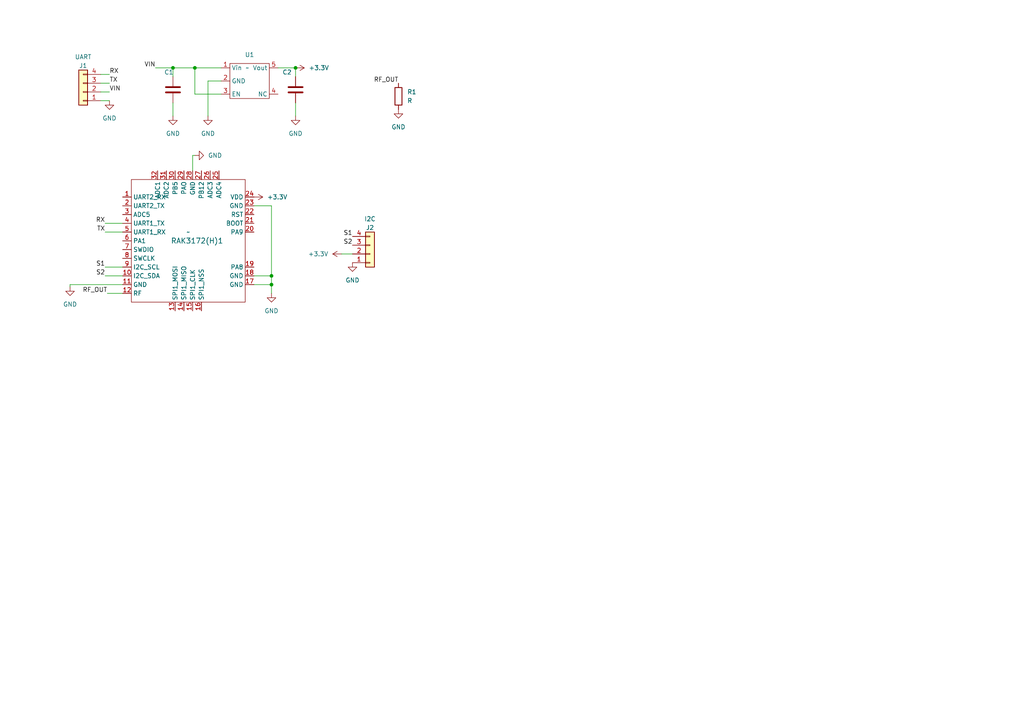
<source format=kicad_sch>
(kicad_sch (version 20230121) (generator eeschema)

  (uuid f203ee31-0582-4dde-bd5d-0b36a68ea503)

  (paper "A4")

  (lib_symbols
    (symbol "00_Lib:RAK3172" (in_bom yes) (on_board yes)
      (property "Reference" "RAK3172(H)" (at 0 0 0)
        (effects (font (size 1.5 1.5)))
      )
      (property "Value" "" (at 0 2.54 0)
        (effects (font (size 1.27 1.27)))
      )
      (property "Footprint" "" (at 0 2.54 0)
        (effects (font (size 1.27 1.27)) hide)
      )
      (property "Datasheet" "" (at 0 2.54 0)
        (effects (font (size 1.27 1.27)) hide)
      )
      (symbol "RAK3172_0_1"
        (rectangle (start -16.51 17.78) (end 16.51 -17.78)
          (stroke (width 0) (type default))
          (fill (type none))
        )
      )
      (symbol "RAK3172_1_1"
        (pin input line (at -19.05 12.7 0) (length 2.54)
          (name "UART2_RX" (effects (font (size 1.27 1.27))))
          (number "1" (effects (font (size 1.27 1.27))))
        )
        (pin unspecified line (at -19.05 -10.16 0) (length 2.54)
          (name "I2C_SDA" (effects (font (size 1.27 1.27))))
          (number "10" (effects (font (size 1.27 1.27))))
        )
        (pin unspecified line (at -19.05 -12.7 0) (length 2.54)
          (name "GND" (effects (font (size 1.27 1.27))))
          (number "11" (effects (font (size 1.27 1.27))))
        )
        (pin unspecified line (at -19.05 -15.24 0) (length 2.54)
          (name "RF" (effects (font (size 1.27 1.27))))
          (number "12" (effects (font (size 1.27 1.27))))
        )
        (pin unspecified line (at -3.81 -20.32 90) (length 2.54)
          (name "SPI1_MOSI" (effects (font (size 1.27 1.27))))
          (number "13" (effects (font (size 1.27 1.27))))
        )
        (pin unspecified line (at -1.27 -20.32 90) (length 2.54)
          (name "SPI1_MISO" (effects (font (size 1.27 1.27))))
          (number "14" (effects (font (size 1.27 1.27))))
        )
        (pin unspecified line (at 1.27 -20.32 90) (length 2.54)
          (name "SPI1_CLK" (effects (font (size 1.27 1.27))))
          (number "15" (effects (font (size 1.27 1.27))))
        )
        (pin unspecified line (at 3.81 -20.32 90) (length 2.54)
          (name "SPI1_NSS" (effects (font (size 1.27 1.27))))
          (number "16" (effects (font (size 1.27 1.27))))
        )
        (pin unspecified line (at 19.05 -12.7 180) (length 2.54)
          (name "GND" (effects (font (size 1.27 1.27))))
          (number "17" (effects (font (size 1.27 1.27))))
        )
        (pin unspecified line (at 19.05 -10.16 180) (length 2.54)
          (name "GND" (effects (font (size 1.27 1.27))))
          (number "18" (effects (font (size 1.27 1.27))))
        )
        (pin unspecified line (at 19.05 -7.62 180) (length 2.54)
          (name "PA8" (effects (font (size 1.27 1.27))))
          (number "19" (effects (font (size 1.27 1.27))))
        )
        (pin output line (at -19.05 10.16 0) (length 2.54)
          (name "UART2_TX" (effects (font (size 1.27 1.27))))
          (number "2" (effects (font (size 1.27 1.27))))
        )
        (pin unspecified line (at 19.05 2.54 180) (length 2.54)
          (name "PA9" (effects (font (size 1.27 1.27))))
          (number "20" (effects (font (size 1.27 1.27))))
        )
        (pin unspecified line (at 19.05 5.08 180) (length 2.54)
          (name "BOOT" (effects (font (size 1.27 1.27))))
          (number "21" (effects (font (size 1.27 1.27))))
        )
        (pin unspecified line (at 19.05 7.62 180) (length 2.54)
          (name "RST" (effects (font (size 1.27 1.27))))
          (number "22" (effects (font (size 1.27 1.27))))
        )
        (pin unspecified line (at 19.05 10.16 180) (length 2.54)
          (name "GND" (effects (font (size 1.27 1.27))))
          (number "23" (effects (font (size 1.27 1.27))))
        )
        (pin input line (at 19.05 12.7 180) (length 2.54)
          (name "VDD" (effects (font (size 1.27 1.27))))
          (number "24" (effects (font (size 1.27 1.27))))
        )
        (pin unspecified line (at 8.89 20.32 270) (length 2.54)
          (name "ADC4" (effects (font (size 1.27 1.27))))
          (number "25" (effects (font (size 1.27 1.27))))
        )
        (pin unspecified line (at 6.35 20.32 270) (length 2.54)
          (name "ADC3" (effects (font (size 1.27 1.27))))
          (number "26" (effects (font (size 1.27 1.27))))
        )
        (pin unspecified line (at 3.81 20.32 270) (length 2.54)
          (name "PB12" (effects (font (size 1.27 1.27))))
          (number "27" (effects (font (size 1.27 1.27))))
        )
        (pin unspecified line (at 1.27 20.32 270) (length 2.54)
          (name "GND" (effects (font (size 1.27 1.27))))
          (number "28" (effects (font (size 1.27 1.27))))
        )
        (pin unspecified line (at -1.27 20.32 270) (length 2.54)
          (name "PAO" (effects (font (size 1.27 1.27))))
          (number "29" (effects (font (size 1.27 1.27))))
        )
        (pin unspecified line (at -19.05 7.62 0) (length 2.54)
          (name "ADC5" (effects (font (size 1.27 1.27))))
          (number "3" (effects (font (size 1.27 1.27))))
        )
        (pin unspecified line (at -3.81 20.32 270) (length 2.54)
          (name "PB5" (effects (font (size 1.27 1.27))))
          (number "30" (effects (font (size 1.27 1.27))))
        )
        (pin unspecified line (at -6.35 20.32 270) (length 2.54)
          (name "ADC2" (effects (font (size 1.27 1.27))))
          (number "31" (effects (font (size 1.27 1.27))))
        )
        (pin unspecified line (at -8.89 20.32 270) (length 2.54)
          (name "ADC1" (effects (font (size 1.27 1.27))))
          (number "32" (effects (font (size 1.27 1.27))))
        )
        (pin input line (at -19.05 5.08 0) (length 2.54)
          (name "UART1_TX" (effects (font (size 1.27 1.27))))
          (number "4" (effects (font (size 1.27 1.27))))
        )
        (pin output line (at -19.05 2.54 0) (length 2.54)
          (name "UART1_RX" (effects (font (size 1.27 1.27))))
          (number "5" (effects (font (size 1.27 1.27))))
        )
        (pin unspecified line (at -19.05 0 0) (length 2.54)
          (name "PA1" (effects (font (size 1.27 1.27))))
          (number "6" (effects (font (size 1.27 1.27))))
        )
        (pin unspecified line (at -19.05 -2.54 0) (length 2.54)
          (name "SWDIO" (effects (font (size 1.27 1.27))))
          (number "7" (effects (font (size 1.27 1.27))))
        )
        (pin unspecified line (at -19.05 -5.08 0) (length 2.54)
          (name "SWCLK" (effects (font (size 1.27 1.27))))
          (number "8" (effects (font (size 1.27 1.27))))
        )
        (pin unspecified line (at -19.05 -7.62 0) (length 2.54)
          (name "I2C_SCL" (effects (font (size 1.27 1.27))))
          (number "9" (effects (font (size 1.27 1.27))))
        )
      )
    )
    (symbol "00lib:STLQ020" (in_bom yes) (on_board yes)
      (property "Reference" "U" (at 0 5.08 0)
        (effects (font (size 1.27 1.27)))
      )
      (property "Value" "" (at 0 0 0)
        (effects (font (size 1.27 1.27)))
      )
      (property "Footprint" "" (at 0 0 0)
        (effects (font (size 1.27 1.27)) hide)
      )
      (property "Datasheet" "" (at 0 0 0)
        (effects (font (size 1.27 1.27)) hide)
      )
      (symbol "STLQ020_0_1"
        (rectangle (start -5.08 1.27) (end 6.35 -8.89)
          (stroke (width 0) (type default))
          (fill (type none))
        )
      )
      (symbol "STLQ020_1_1"
        (pin input line (at -7.62 0 0) (length 2.54)
          (name "Vin" (effects (font (size 1.27 1.27))))
          (number "1" (effects (font (size 1.27 1.27))))
        )
        (pin input line (at -7.62 -3.81 0) (length 2.54)
          (name "GND" (effects (font (size 1.27 1.27))))
          (number "2" (effects (font (size 1.27 1.27))))
        )
        (pin input line (at -7.62 -7.62 0) (length 2.54)
          (name "EN" (effects (font (size 1.27 1.27))))
          (number "3" (effects (font (size 1.27 1.27))))
        )
        (pin input line (at 8.89 -7.62 180) (length 2.54)
          (name "NC" (effects (font (size 1.27 1.27))))
          (number "4" (effects (font (size 1.27 1.27))))
        )
        (pin input line (at 8.89 0 180) (length 2.54)
          (name "Vout" (effects (font (size 1.27 1.27))))
          (number "5" (effects (font (size 1.27 1.27))))
        )
      )
    )
    (symbol "Connector_Generic:Conn_01x04" (pin_names (offset 1.016) hide) (in_bom yes) (on_board yes)
      (property "Reference" "J" (at 0 5.08 0)
        (effects (font (size 1.27 1.27)))
      )
      (property "Value" "Conn_01x04" (at 0 -7.62 0)
        (effects (font (size 1.27 1.27)))
      )
      (property "Footprint" "" (at 0 0 0)
        (effects (font (size 1.27 1.27)) hide)
      )
      (property "Datasheet" "~" (at 0 0 0)
        (effects (font (size 1.27 1.27)) hide)
      )
      (property "ki_keywords" "connector" (at 0 0 0)
        (effects (font (size 1.27 1.27)) hide)
      )
      (property "ki_description" "Generic connector, single row, 01x04, script generated (kicad-library-utils/schlib/autogen/connector/)" (at 0 0 0)
        (effects (font (size 1.27 1.27)) hide)
      )
      (property "ki_fp_filters" "Connector*:*_1x??_*" (at 0 0 0)
        (effects (font (size 1.27 1.27)) hide)
      )
      (symbol "Conn_01x04_1_1"
        (rectangle (start -1.27 -4.953) (end 0 -5.207)
          (stroke (width 0.1524) (type default))
          (fill (type none))
        )
        (rectangle (start -1.27 -2.413) (end 0 -2.667)
          (stroke (width 0.1524) (type default))
          (fill (type none))
        )
        (rectangle (start -1.27 0.127) (end 0 -0.127)
          (stroke (width 0.1524) (type default))
          (fill (type none))
        )
        (rectangle (start -1.27 2.667) (end 0 2.413)
          (stroke (width 0.1524) (type default))
          (fill (type none))
        )
        (rectangle (start -1.27 3.81) (end 1.27 -6.35)
          (stroke (width 0.254) (type default))
          (fill (type background))
        )
        (pin passive line (at -5.08 2.54 0) (length 3.81)
          (name "Pin_1" (effects (font (size 1.27 1.27))))
          (number "1" (effects (font (size 1.27 1.27))))
        )
        (pin passive line (at -5.08 0 0) (length 3.81)
          (name "Pin_2" (effects (font (size 1.27 1.27))))
          (number "2" (effects (font (size 1.27 1.27))))
        )
        (pin passive line (at -5.08 -2.54 0) (length 3.81)
          (name "Pin_3" (effects (font (size 1.27 1.27))))
          (number "3" (effects (font (size 1.27 1.27))))
        )
        (pin passive line (at -5.08 -5.08 0) (length 3.81)
          (name "Pin_4" (effects (font (size 1.27 1.27))))
          (number "4" (effects (font (size 1.27 1.27))))
        )
      )
    )
    (symbol "Device:C" (pin_numbers hide) (pin_names (offset 0.254)) (in_bom yes) (on_board yes)
      (property "Reference" "C" (at 0.635 2.54 0)
        (effects (font (size 1.27 1.27)) (justify left))
      )
      (property "Value" "C" (at 0.635 -2.54 0)
        (effects (font (size 1.27 1.27)) (justify left))
      )
      (property "Footprint" "" (at 0.9652 -3.81 0)
        (effects (font (size 1.27 1.27)) hide)
      )
      (property "Datasheet" "~" (at 0 0 0)
        (effects (font (size 1.27 1.27)) hide)
      )
      (property "ki_keywords" "cap capacitor" (at 0 0 0)
        (effects (font (size 1.27 1.27)) hide)
      )
      (property "ki_description" "Unpolarized capacitor" (at 0 0 0)
        (effects (font (size 1.27 1.27)) hide)
      )
      (property "ki_fp_filters" "C_*" (at 0 0 0)
        (effects (font (size 1.27 1.27)) hide)
      )
      (symbol "C_0_1"
        (polyline
          (pts
            (xy -2.032 -0.762)
            (xy 2.032 -0.762)
          )
          (stroke (width 0.508) (type default))
          (fill (type none))
        )
        (polyline
          (pts
            (xy -2.032 0.762)
            (xy 2.032 0.762)
          )
          (stroke (width 0.508) (type default))
          (fill (type none))
        )
      )
      (symbol "C_1_1"
        (pin passive line (at 0 3.81 270) (length 2.794)
          (name "~" (effects (font (size 1.27 1.27))))
          (number "1" (effects (font (size 1.27 1.27))))
        )
        (pin passive line (at 0 -3.81 90) (length 2.794)
          (name "~" (effects (font (size 1.27 1.27))))
          (number "2" (effects (font (size 1.27 1.27))))
        )
      )
    )
    (symbol "Device:R" (pin_numbers hide) (pin_names (offset 0)) (in_bom yes) (on_board yes)
      (property "Reference" "R" (at 2.032 0 90)
        (effects (font (size 1.27 1.27)))
      )
      (property "Value" "R" (at 0 0 90)
        (effects (font (size 1.27 1.27)))
      )
      (property "Footprint" "" (at -1.778 0 90)
        (effects (font (size 1.27 1.27)) hide)
      )
      (property "Datasheet" "~" (at 0 0 0)
        (effects (font (size 1.27 1.27)) hide)
      )
      (property "ki_keywords" "R res resistor" (at 0 0 0)
        (effects (font (size 1.27 1.27)) hide)
      )
      (property "ki_description" "Resistor" (at 0 0 0)
        (effects (font (size 1.27 1.27)) hide)
      )
      (property "ki_fp_filters" "R_*" (at 0 0 0)
        (effects (font (size 1.27 1.27)) hide)
      )
      (symbol "R_0_1"
        (rectangle (start -1.016 -2.54) (end 1.016 2.54)
          (stroke (width 0.254) (type default))
          (fill (type none))
        )
      )
      (symbol "R_1_1"
        (pin passive line (at 0 3.81 270) (length 1.27)
          (name "~" (effects (font (size 1.27 1.27))))
          (number "1" (effects (font (size 1.27 1.27))))
        )
        (pin passive line (at 0 -3.81 90) (length 1.27)
          (name "~" (effects (font (size 1.27 1.27))))
          (number "2" (effects (font (size 1.27 1.27))))
        )
      )
    )
    (symbol "power:+3.3V" (power) (pin_names (offset 0)) (in_bom yes) (on_board yes)
      (property "Reference" "#PWR" (at 0 -3.81 0)
        (effects (font (size 1.27 1.27)) hide)
      )
      (property "Value" "+3.3V" (at 0 3.556 0)
        (effects (font (size 1.27 1.27)))
      )
      (property "Footprint" "" (at 0 0 0)
        (effects (font (size 1.27 1.27)) hide)
      )
      (property "Datasheet" "" (at 0 0 0)
        (effects (font (size 1.27 1.27)) hide)
      )
      (property "ki_keywords" "global power" (at 0 0 0)
        (effects (font (size 1.27 1.27)) hide)
      )
      (property "ki_description" "Power symbol creates a global label with name \"+3.3V\"" (at 0 0 0)
        (effects (font (size 1.27 1.27)) hide)
      )
      (symbol "+3.3V_0_1"
        (polyline
          (pts
            (xy -0.762 1.27)
            (xy 0 2.54)
          )
          (stroke (width 0) (type default))
          (fill (type none))
        )
        (polyline
          (pts
            (xy 0 0)
            (xy 0 2.54)
          )
          (stroke (width 0) (type default))
          (fill (type none))
        )
        (polyline
          (pts
            (xy 0 2.54)
            (xy 0.762 1.27)
          )
          (stroke (width 0) (type default))
          (fill (type none))
        )
      )
      (symbol "+3.3V_1_1"
        (pin power_in line (at 0 0 90) (length 0) hide
          (name "+3.3V" (effects (font (size 1.27 1.27))))
          (number "1" (effects (font (size 1.27 1.27))))
        )
      )
    )
    (symbol "power:GND" (power) (pin_names (offset 0)) (in_bom yes) (on_board yes)
      (property "Reference" "#PWR" (at 0 -6.35 0)
        (effects (font (size 1.27 1.27)) hide)
      )
      (property "Value" "GND" (at 0 -3.81 0)
        (effects (font (size 1.27 1.27)))
      )
      (property "Footprint" "" (at 0 0 0)
        (effects (font (size 1.27 1.27)) hide)
      )
      (property "Datasheet" "" (at 0 0 0)
        (effects (font (size 1.27 1.27)) hide)
      )
      (property "ki_keywords" "global power" (at 0 0 0)
        (effects (font (size 1.27 1.27)) hide)
      )
      (property "ki_description" "Power symbol creates a global label with name \"GND\" , ground" (at 0 0 0)
        (effects (font (size 1.27 1.27)) hide)
      )
      (symbol "GND_0_1"
        (polyline
          (pts
            (xy 0 0)
            (xy 0 -1.27)
            (xy 1.27 -1.27)
            (xy 0 -2.54)
            (xy -1.27 -1.27)
            (xy 0 -1.27)
          )
          (stroke (width 0) (type default))
          (fill (type none))
        )
      )
      (symbol "GND_1_1"
        (pin power_in line (at 0 0 270) (length 0) hide
          (name "GND" (effects (font (size 1.27 1.27))))
          (number "1" (effects (font (size 1.27 1.27))))
        )
      )
    )
  )

  (junction (at 56.515 19.685) (diameter 0) (color 0 0 0 0)
    (uuid 11abfb71-c6ff-40bc-9593-0a78dc15ee05)
  )
  (junction (at 85.725 19.685) (diameter 0) (color 0 0 0 0)
    (uuid 4793c13a-c9f0-4824-8a7e-68cecaa6c289)
  )
  (junction (at 78.74 80.01) (diameter 0) (color 0 0 0 0)
    (uuid 7ff56b88-4708-472d-b656-ad0349414034)
  )
  (junction (at 78.74 82.55) (diameter 0) (color 0 0 0 0)
    (uuid ae3d145c-7583-4832-b99b-7e6285a86949)
  )
  (junction (at 50.165 19.685) (diameter 0) (color 0 0 0 0)
    (uuid fb5c63c6-cc9a-403d-a2f7-6a7a1d9fc203)
  )

  (wire (pts (xy 64.135 23.495) (xy 60.325 23.495))
    (stroke (width 0) (type default))
    (uuid 0a406273-84b0-4e57-b594-7038174a1226)
  )
  (wire (pts (xy 78.74 80.01) (xy 78.74 82.55))
    (stroke (width 0) (type default))
    (uuid 1a9f25fa-515c-42ea-a6c5-768ddc350fdf)
  )
  (wire (pts (xy 30.48 77.47) (xy 35.56 77.47))
    (stroke (width 0) (type default))
    (uuid 1f77f356-4a64-4d5b-b19a-27961f5175eb)
  )
  (wire (pts (xy 78.74 59.69) (xy 78.74 80.01))
    (stroke (width 0) (type default))
    (uuid 274d3e1d-e1c0-4448-a9b6-5e091182046b)
  )
  (wire (pts (xy 80.645 19.685) (xy 85.725 19.685))
    (stroke (width 0) (type default))
    (uuid 284c07d5-b966-483a-bf47-4bf1d5d9e2f1)
  )
  (wire (pts (xy 50.165 19.685) (xy 56.515 19.685))
    (stroke (width 0) (type default))
    (uuid 2dddfe12-6536-4f79-8124-8fcd1db46cb2)
  )
  (wire (pts (xy 73.66 82.55) (xy 78.74 82.55))
    (stroke (width 0) (type default))
    (uuid 2e117020-d750-403a-88d2-436df1b11d2c)
  )
  (wire (pts (xy 29.21 24.13) (xy 31.75 24.13))
    (stroke (width 0) (type default))
    (uuid 36e24ce0-4220-4dd1-90e4-ac74305d7c22)
  )
  (wire (pts (xy 78.74 82.55) (xy 78.74 85.09))
    (stroke (width 0) (type default))
    (uuid 3907d25d-7146-4967-a908-b164f28c6845)
  )
  (wire (pts (xy 55.88 49.53) (xy 55.88 45.085))
    (stroke (width 0) (type default))
    (uuid 5460ae03-c802-47d1-9d63-188414960ee2)
  )
  (wire (pts (xy 64.135 19.685) (xy 56.515 19.685))
    (stroke (width 0) (type default))
    (uuid 58b14200-2817-44f7-8745-8ff0e956effa)
  )
  (wire (pts (xy 30.48 67.31) (xy 35.56 67.31))
    (stroke (width 0) (type default))
    (uuid 5aefb522-6280-4677-9f2f-1d6ca4a68390)
  )
  (wire (pts (xy 30.48 80.01) (xy 35.56 80.01))
    (stroke (width 0) (type default))
    (uuid 66c7b405-2cdd-4151-ab0d-9823275aac05)
  )
  (wire (pts (xy 99.06 73.66) (xy 102.235 73.66))
    (stroke (width 0) (type default))
    (uuid 6af7daa6-ed73-408a-882e-9ac9a854923b)
  )
  (wire (pts (xy 29.21 26.67) (xy 31.75 26.67))
    (stroke (width 0) (type default))
    (uuid 715d184b-f702-426f-b110-78365c9ad4f6)
  )
  (wire (pts (xy 29.21 29.21) (xy 31.75 29.21))
    (stroke (width 0) (type default))
    (uuid 7339c7f3-2ead-49bb-abc7-333dc6601251)
  )
  (wire (pts (xy 85.725 19.685) (xy 85.725 22.225))
    (stroke (width 0) (type default))
    (uuid 7d54299a-3258-4b83-b1c1-67b6bbeaf892)
  )
  (wire (pts (xy 73.66 80.01) (xy 78.74 80.01))
    (stroke (width 0) (type default))
    (uuid 85ead794-b4e2-4a34-8c4c-2704912ba465)
  )
  (wire (pts (xy 64.135 27.305) (xy 56.515 27.305))
    (stroke (width 0) (type default))
    (uuid 9d1a5ea2-ecaf-4ec4-9265-43b0122890ad)
  )
  (wire (pts (xy 20.32 82.55) (xy 20.32 83.185))
    (stroke (width 0) (type default))
    (uuid a30f1b54-a8dc-4b37-9c7c-4fb5b2cd16e5)
  )
  (wire (pts (xy 29.21 21.59) (xy 31.75 21.59))
    (stroke (width 0) (type default))
    (uuid afc46dd6-bbfa-4620-9742-507a3659eb0f)
  )
  (wire (pts (xy 35.56 82.55) (xy 20.32 82.55))
    (stroke (width 0) (type default))
    (uuid b95639b7-5928-4c5f-89c1-b86acbe682fc)
  )
  (wire (pts (xy 50.165 29.845) (xy 50.165 33.655))
    (stroke (width 0) (type default))
    (uuid c157ddc1-1e79-4d5c-8618-57a1487b5cc4)
  )
  (wire (pts (xy 73.66 59.69) (xy 78.74 59.69))
    (stroke (width 0) (type default))
    (uuid ca24b823-5f07-4a65-86ec-745d70b4bcea)
  )
  (wire (pts (xy 55.88 45.085) (xy 56.515 45.085))
    (stroke (width 0) (type default))
    (uuid d80c4670-e0f6-42e8-bc32-9eacf2dcf1d9)
  )
  (wire (pts (xy 56.515 27.305) (xy 56.515 19.685))
    (stroke (width 0) (type default))
    (uuid e21e4119-6a4b-4437-b8f2-bb0e52ef134f)
  )
  (wire (pts (xy 45.085 19.685) (xy 50.165 19.685))
    (stroke (width 0) (type default))
    (uuid e24e783a-fc89-4a21-a462-8f805ae6a414)
  )
  (wire (pts (xy 30.48 64.77) (xy 35.56 64.77))
    (stroke (width 0) (type default))
    (uuid e659038a-259d-4963-8590-587c83ec5492)
  )
  (wire (pts (xy 31.115 85.09) (xy 35.56 85.09))
    (stroke (width 0) (type default))
    (uuid eb96d138-6ec1-46f5-a848-4dc8037b26ff)
  )
  (wire (pts (xy 60.325 23.495) (xy 60.325 33.655))
    (stroke (width 0) (type default))
    (uuid f3f3220e-171e-4223-aa8a-b20989874923)
  )
  (wire (pts (xy 50.165 19.685) (xy 50.165 22.225))
    (stroke (width 0) (type default))
    (uuid fae9e017-d273-4cda-9d4f-86aa803b3271)
  )
  (wire (pts (xy 85.725 29.845) (xy 85.725 33.655))
    (stroke (width 0) (type default))
    (uuid fe0f0fd7-8bee-4608-b581-fe0ff3456c96)
  )

  (label "S2" (at 102.235 71.12 180) (fields_autoplaced)
    (effects (font (size 1.27 1.27)) (justify right bottom))
    (uuid 050ebcc0-6e27-43d6-8bfb-7962eb1259da)
  )
  (label "TX" (at 30.48 67.31 180) (fields_autoplaced)
    (effects (font (size 1.27 1.27)) (justify right bottom))
    (uuid 0bdf6c66-b208-4f30-8c73-7104fc827a3a)
  )
  (label "S1" (at 102.235 68.58 180) (fields_autoplaced)
    (effects (font (size 1.27 1.27)) (justify right bottom))
    (uuid 277af103-34c7-4beb-a7e7-ef37233fd489)
  )
  (label "VIN" (at 45.085 19.685 180) (fields_autoplaced)
    (effects (font (size 1.27 1.27)) (justify right bottom))
    (uuid 2e39ae5c-41b9-4ec2-a3e1-fe9e2bfa3e9f)
  )
  (label "TX" (at 31.75 24.13 0) (fields_autoplaced)
    (effects (font (size 1.27 1.27)) (justify left bottom))
    (uuid 3493b105-187d-484e-8ae8-02893adba1ce)
  )
  (label "RF_OUT" (at 31.115 85.09 180) (fields_autoplaced)
    (effects (font (size 1.27 1.27)) (justify right bottom))
    (uuid 45e6c2c8-e3f9-458d-b870-0d7f0aef20e5)
  )
  (label "RX" (at 30.48 64.77 180) (fields_autoplaced)
    (effects (font (size 1.27 1.27)) (justify right bottom))
    (uuid 62c32ee9-4355-4a0a-98e8-ac05097ac4f3)
  )
  (label "S1" (at 30.48 77.47 180) (fields_autoplaced)
    (effects (font (size 1.27 1.27)) (justify right bottom))
    (uuid 6d587491-693d-414d-9998-ebc9583c0006)
  )
  (label "S2" (at 30.48 80.01 180) (fields_autoplaced)
    (effects (font (size 1.27 1.27)) (justify right bottom))
    (uuid 85de062f-a69f-4762-a44e-176937bfd0a3)
  )
  (label "VIN" (at 31.75 26.67 0) (fields_autoplaced)
    (effects (font (size 1.27 1.27)) (justify left bottom))
    (uuid 92a22ece-8d1e-453d-9a76-2e6df0716d6e)
  )
  (label "RX" (at 31.75 21.59 0) (fields_autoplaced)
    (effects (font (size 1.27 1.27)) (justify left bottom))
    (uuid bc067ba1-0d90-4013-bf25-4c8ddb123861)
  )
  (label "RF_OUT" (at 115.57 24.13 180) (fields_autoplaced)
    (effects (font (size 1.27 1.27)) (justify right bottom))
    (uuid fe90d80a-1fab-4a97-8598-7ceac7b80bd2)
  )

  (symbol (lib_id "power:GND") (at 78.74 85.09 0) (unit 1)
    (in_bom yes) (on_board yes) (dnp no) (fields_autoplaced)
    (uuid 0088f1ad-3f76-4df0-8813-e58ac1eb0e77)
    (property "Reference" "#PWR02" (at 78.74 91.44 0)
      (effects (font (size 1.27 1.27)) hide)
    )
    (property "Value" "GND" (at 78.74 90.17 0)
      (effects (font (size 1.27 1.27)))
    )
    (property "Footprint" "" (at 78.74 85.09 0)
      (effects (font (size 1.27 1.27)) hide)
    )
    (property "Datasheet" "" (at 78.74 85.09 0)
      (effects (font (size 1.27 1.27)) hide)
    )
    (pin "1" (uuid 8a62f01a-66d4-4e63-8278-b6c2a9ab08e4))
    (instances
      (project "LoRAK-v.2"
        (path "/f203ee31-0582-4dde-bd5d-0b36a68ea503"
          (reference "#PWR02") (unit 1)
        )
      )
    )
  )

  (symbol (lib_id "power:GND") (at 115.57 31.75 0) (unit 1)
    (in_bom yes) (on_board yes) (dnp no) (fields_autoplaced)
    (uuid 1957624e-7a1c-4010-a8d6-b056e3a07021)
    (property "Reference" "#PWR04" (at 115.57 38.1 0)
      (effects (font (size 1.27 1.27)) hide)
    )
    (property "Value" "GND" (at 115.57 36.83 0)
      (effects (font (size 1.27 1.27)))
    )
    (property "Footprint" "" (at 115.57 31.75 0)
      (effects (font (size 1.27 1.27)) hide)
    )
    (property "Datasheet" "" (at 115.57 31.75 0)
      (effects (font (size 1.27 1.27)) hide)
    )
    (pin "1" (uuid 133863e9-5bf9-40e0-81cc-100df645a846))
    (instances
      (project "Test"
        (path "/6ddc5d1e-db37-4dfd-b738-bc53a864e8c1"
          (reference "#PWR04") (unit 1)
        )
      )
      (project "PASSEPARTOUT-4.0"
        (path "/8c08ccae-67c7-44ef-b383-2dbf446c04d0"
          (reference "#PWR06") (unit 1)
        )
      )
      (project "LoRAK-v.2"
        (path "/f203ee31-0582-4dde-bd5d-0b36a68ea503"
          (reference "#PWR012") (unit 1)
        )
      )
    )
  )

  (symbol (lib_id "00lib:STLQ020") (at 71.755 19.685 0) (unit 1)
    (in_bom yes) (on_board yes) (dnp no) (fields_autoplaced)
    (uuid 37935e50-fa97-47c8-a633-142f09357938)
    (property "Reference" "U2" (at 72.39 15.875 0)
      (effects (font (size 1.27 1.27)))
    )
    (property "Value" "~" (at 71.755 19.685 0)
      (effects (font (size 1.27 1.27)))
    )
    (property "Footprint" "00_lib:STLQ020" (at 71.755 19.685 0)
      (effects (font (size 1.27 1.27)) hide)
    )
    (property "Datasheet" "" (at 71.755 19.685 0)
      (effects (font (size 1.27 1.27)) hide)
    )
    (pin "1" (uuid 14871542-953d-4db6-8294-6baecbc8f921))
    (pin "2" (uuid 6ab61490-a269-4d49-b143-bc86201e4469))
    (pin "3" (uuid 53ac2e00-37f5-4892-bf65-38bc5d5d42cb))
    (pin "4" (uuid a10f41ba-ebf3-4696-98e3-a12e986e5d06))
    (pin "5" (uuid c8d40e7b-8964-41f3-9d22-30d98f11e048))
    (instances
      (project "Test"
        (path "/6ddc5d1e-db37-4dfd-b738-bc53a864e8c1"
          (reference "U2") (unit 1)
        )
      )
      (project "PASSEPARTOUT-4.0"
        (path "/8c08ccae-67c7-44ef-b383-2dbf446c04d0"
          (reference "U2") (unit 1)
        )
      )
      (project "LoRAK-v.2"
        (path "/f203ee31-0582-4dde-bd5d-0b36a68ea503"
          (reference "U1") (unit 1)
        )
      )
    )
  )

  (symbol (lib_id "power:GND") (at 102.235 76.2 0) (unit 1)
    (in_bom yes) (on_board yes) (dnp no) (fields_autoplaced)
    (uuid 3843ac7a-f54f-4d3f-ae15-4d5c6ceb91dc)
    (property "Reference" "#PWR03" (at 102.235 82.55 0)
      (effects (font (size 1.27 1.27)) hide)
    )
    (property "Value" "GND" (at 102.235 81.28 0)
      (effects (font (size 1.27 1.27)))
    )
    (property "Footprint" "" (at 102.235 76.2 0)
      (effects (font (size 1.27 1.27)) hide)
    )
    (property "Datasheet" "" (at 102.235 76.2 0)
      (effects (font (size 1.27 1.27)) hide)
    )
    (pin "1" (uuid a94aa055-bed6-4d93-9400-07b2c86fe82f))
    (instances
      (project "Test"
        (path "/6ddc5d1e-db37-4dfd-b738-bc53a864e8c1"
          (reference "#PWR03") (unit 1)
        )
      )
      (project "PASSEPARTOUT-4.0"
        (path "/8c08ccae-67c7-44ef-b383-2dbf446c04d0"
          (reference "#PWR07") (unit 1)
        )
      )
      (project "LoRAK-v.2"
        (path "/f203ee31-0582-4dde-bd5d-0b36a68ea503"
          (reference "#PWR011") (unit 1)
        )
      )
    )
  )

  (symbol (lib_id "Connector_Generic:Conn_01x04") (at 24.13 26.67 180) (unit 1)
    (in_bom yes) (on_board yes) (dnp no)
    (uuid 3edcb2e7-eada-4b86-8c95-c66536720a4e)
    (property "Reference" "J1" (at 24.13 19.05 0)
      (effects (font (size 1.27 1.27)))
    )
    (property "Value" "UART" (at 24.13 16.51 0)
      (effects (font (size 1.27 1.27)))
    )
    (property "Footprint" "Connector:FanPinHeader_1x04_P2.54mm_Vertical" (at 24.13 26.67 0)
      (effects (font (size 1.27 1.27)) hide)
    )
    (property "Datasheet" "~" (at 24.13 26.67 0)
      (effects (font (size 1.27 1.27)) hide)
    )
    (pin "1" (uuid 3be6b06b-0808-46a7-95a1-18ccfb9f9112))
    (pin "2" (uuid aa8a4149-e895-4221-b6e0-d6d47bf08752))
    (pin "3" (uuid 481fec78-1179-4c94-a34f-85c1325562b7))
    (pin "4" (uuid 9b2d74c0-816e-4083-ab05-561886e73934))
    (instances
      (project "LoRAK-v.2"
        (path "/f203ee31-0582-4dde-bd5d-0b36a68ea503"
          (reference "J1") (unit 1)
        )
      )
    )
  )

  (symbol (lib_id "power:GND") (at 50.165 33.655 0) (unit 1)
    (in_bom yes) (on_board yes) (dnp no) (fields_autoplaced)
    (uuid 4cd48f4b-9bd0-497b-8bb6-b50898d00e91)
    (property "Reference" "#PWR03" (at 50.165 40.005 0)
      (effects (font (size 1.27 1.27)) hide)
    )
    (property "Value" "GND" (at 50.165 38.735 0)
      (effects (font (size 1.27 1.27)))
    )
    (property "Footprint" "" (at 50.165 33.655 0)
      (effects (font (size 1.27 1.27)) hide)
    )
    (property "Datasheet" "" (at 50.165 33.655 0)
      (effects (font (size 1.27 1.27)) hide)
    )
    (pin "1" (uuid 7dca4148-f6f9-4bdd-99fd-98596805fae5))
    (instances
      (project "Test"
        (path "/6ddc5d1e-db37-4dfd-b738-bc53a864e8c1"
          (reference "#PWR03") (unit 1)
        )
      )
      (project "PASSEPARTOUT-4.0"
        (path "/8c08ccae-67c7-44ef-b383-2dbf446c04d0"
          (reference "#PWR07") (unit 1)
        )
      )
      (project "LoRAK-v.2"
        (path "/f203ee31-0582-4dde-bd5d-0b36a68ea503"
          (reference "#PWR05") (unit 1)
        )
      )
    )
  )

  (symbol (lib_id "power:+3.3V") (at 73.66 57.15 270) (unit 1)
    (in_bom yes) (on_board yes) (dnp no) (fields_autoplaced)
    (uuid 6b2f3a75-0ce5-444f-b1f8-f2ca07304dd4)
    (property "Reference" "#PWR01" (at 69.85 57.15 0)
      (effects (font (size 1.27 1.27)) hide)
    )
    (property "Value" "+3.3V" (at 77.47 57.15 90)
      (effects (font (size 1.27 1.27)) (justify left))
    )
    (property "Footprint" "" (at 73.66 57.15 0)
      (effects (font (size 1.27 1.27)) hide)
    )
    (property "Datasheet" "" (at 73.66 57.15 0)
      (effects (font (size 1.27 1.27)) hide)
    )
    (pin "1" (uuid e34a9f06-c404-4275-8411-c9dd319062f9))
    (instances
      (project "LoRAK-v.2"
        (path "/f203ee31-0582-4dde-bd5d-0b36a68ea503"
          (reference "#PWR01") (unit 1)
        )
      )
    )
  )

  (symbol (lib_id "Device:R") (at 115.57 27.94 0) (unit 1)
    (in_bom yes) (on_board yes) (dnp no) (fields_autoplaced)
    (uuid 6e128caf-b553-4460-b72d-bfbdaf71268d)
    (property "Reference" "R1" (at 118.11 26.67 0)
      (effects (font (size 1.27 1.27)) (justify left))
    )
    (property "Value" "R" (at 118.11 29.21 0)
      (effects (font (size 1.27 1.27)) (justify left))
    )
    (property "Footprint" "Resistor_SMD:R_0603_1608Metric" (at 113.792 27.94 90)
      (effects (font (size 1.27 1.27)) hide)
    )
    (property "Datasheet" "~" (at 115.57 27.94 0)
      (effects (font (size 1.27 1.27)) hide)
    )
    (pin "1" (uuid 043e6066-483e-461b-9418-785310dd1a67))
    (pin "2" (uuid fb16ff6c-c036-415b-9506-591b767df20a))
    (instances
      (project "LoRAK-v.2"
        (path "/f203ee31-0582-4dde-bd5d-0b36a68ea503"
          (reference "R1") (unit 1)
        )
      )
    )
  )

  (symbol (lib_id "power:GND") (at 85.725 33.655 0) (unit 1)
    (in_bom yes) (on_board yes) (dnp no) (fields_autoplaced)
    (uuid 7ca707d5-6c42-4fb8-b0e7-a81af80cc744)
    (property "Reference" "#PWR04" (at 85.725 40.005 0)
      (effects (font (size 1.27 1.27)) hide)
    )
    (property "Value" "GND" (at 85.725 38.735 0)
      (effects (font (size 1.27 1.27)))
    )
    (property "Footprint" "" (at 85.725 33.655 0)
      (effects (font (size 1.27 1.27)) hide)
    )
    (property "Datasheet" "" (at 85.725 33.655 0)
      (effects (font (size 1.27 1.27)) hide)
    )
    (pin "1" (uuid cfe294c9-33e0-4b15-9c51-aa8b52b4e7fb))
    (instances
      (project "Test"
        (path "/6ddc5d1e-db37-4dfd-b738-bc53a864e8c1"
          (reference "#PWR04") (unit 1)
        )
      )
      (project "PASSEPARTOUT-4.0"
        (path "/8c08ccae-67c7-44ef-b383-2dbf446c04d0"
          (reference "#PWR06") (unit 1)
        )
      )
      (project "LoRAK-v.2"
        (path "/f203ee31-0582-4dde-bd5d-0b36a68ea503"
          (reference "#PWR08") (unit 1)
        )
      )
    )
  )

  (symbol (lib_id "power:GND") (at 20.32 83.185 0) (unit 1)
    (in_bom yes) (on_board yes) (dnp no) (fields_autoplaced)
    (uuid 7cb64171-ab61-4d41-aa98-9af1bcce74fe)
    (property "Reference" "#PWR04" (at 20.32 89.535 0)
      (effects (font (size 1.27 1.27)) hide)
    )
    (property "Value" "GND" (at 20.32 88.265 0)
      (effects (font (size 1.27 1.27)))
    )
    (property "Footprint" "" (at 20.32 83.185 0)
      (effects (font (size 1.27 1.27)) hide)
    )
    (property "Datasheet" "" (at 20.32 83.185 0)
      (effects (font (size 1.27 1.27)) hide)
    )
    (pin "1" (uuid 72f6f33d-2656-4057-8eab-166932bfee16))
    (instances
      (project "LoRAK-v.2"
        (path "/f203ee31-0582-4dde-bd5d-0b36a68ea503"
          (reference "#PWR04") (unit 1)
        )
      )
    )
  )

  (symbol (lib_id "power:GND") (at 56.515 45.085 90) (unit 1)
    (in_bom yes) (on_board yes) (dnp no) (fields_autoplaced)
    (uuid 84887499-1738-4d96-9771-a20c5e30216c)
    (property "Reference" "#PWR03" (at 62.865 45.085 0)
      (effects (font (size 1.27 1.27)) hide)
    )
    (property "Value" "GND" (at 60.325 45.085 90)
      (effects (font (size 1.27 1.27)) (justify right))
    )
    (property "Footprint" "" (at 56.515 45.085 0)
      (effects (font (size 1.27 1.27)) hide)
    )
    (property "Datasheet" "" (at 56.515 45.085 0)
      (effects (font (size 1.27 1.27)) hide)
    )
    (pin "1" (uuid f221fa74-a35b-4045-97ee-abc34c5c7773))
    (instances
      (project "LoRAK-v.2"
        (path "/f203ee31-0582-4dde-bd5d-0b36a68ea503"
          (reference "#PWR03") (unit 1)
        )
      )
    )
  )

  (symbol (lib_id "Device:C") (at 85.725 26.035 0) (unit 1)
    (in_bom yes) (on_board yes) (dnp no)
    (uuid 95637448-5936-4848-ab03-d948462ca358)
    (property "Reference" "C2" (at 81.915 20.955 0)
      (effects (font (size 1.27 1.27)) (justify left))
    )
    (property "Value" "10uF" (at 81.915 23.495 0)
      (effects (font (size 1.27 1.27)) (justify left) hide)
    )
    (property "Footprint" "Capacitor_SMD:C_0603_1608Metric" (at 86.6902 29.845 0)
      (effects (font (size 1.27 1.27)) hide)
    )
    (property "Datasheet" "~" (at 85.725 26.035 0)
      (effects (font (size 1.27 1.27)) hide)
    )
    (pin "1" (uuid 9a7c51a1-b682-4b86-884e-d75693ea31f0))
    (pin "2" (uuid e49e6bae-51b3-43bd-acf6-88890800ad6b))
    (instances
      (project "PASSEPARTOUT-4.0"
        (path "/8c08ccae-67c7-44ef-b383-2dbf446c04d0"
          (reference "C2") (unit 1)
        )
      )
      (project "LoRAK-v.2"
        (path "/f203ee31-0582-4dde-bd5d-0b36a68ea503"
          (reference "C2") (unit 1)
        )
      )
    )
  )

  (symbol (lib_id "power:+3.3V") (at 99.06 73.66 90) (mirror x) (unit 1)
    (in_bom yes) (on_board yes) (dnp no) (fields_autoplaced)
    (uuid 97ac505b-f536-4a52-b052-a1dc298a5d45)
    (property "Reference" "#PWR09" (at 102.87 73.66 0)
      (effects (font (size 1.27 1.27)) hide)
    )
    (property "Value" "+3.3V" (at 95.25 73.66 90)
      (effects (font (size 1.27 1.27)) (justify left))
    )
    (property "Footprint" "" (at 99.06 73.66 0)
      (effects (font (size 1.27 1.27)) hide)
    )
    (property "Datasheet" "" (at 99.06 73.66 0)
      (effects (font (size 1.27 1.27)) hide)
    )
    (pin "1" (uuid 50cde7a9-5601-4d1c-b843-a7caee09b6f7))
    (instances
      (project "LoRAK-v.2"
        (path "/f203ee31-0582-4dde-bd5d-0b36a68ea503"
          (reference "#PWR09") (unit 1)
        )
      )
    )
  )

  (symbol (lib_id "Device:C") (at 50.165 26.035 0) (unit 1)
    (in_bom yes) (on_board yes) (dnp no)
    (uuid 98bd53ba-eb21-48e2-97c2-33d6df42be24)
    (property "Reference" "C1" (at 47.625 20.955 0)
      (effects (font (size 1.27 1.27)) (justify left))
    )
    (property "Value" "10uF" (at 47.625 23.495 0)
      (effects (font (size 1.27 1.27)) (justify left) hide)
    )
    (property "Footprint" "Capacitor_SMD:C_0603_1608Metric" (at 51.1302 29.845 0)
      (effects (font (size 1.27 1.27)) hide)
    )
    (property "Datasheet" "~" (at 50.165 26.035 0)
      (effects (font (size 1.27 1.27)) hide)
    )
    (pin "1" (uuid 7e4aa715-d373-4260-a6b8-3a04e1f938e8))
    (pin "2" (uuid f6e47289-0900-4e9b-881e-291e529d7f95))
    (instances
      (project "PASSEPARTOUT-4.0"
        (path "/8c08ccae-67c7-44ef-b383-2dbf446c04d0"
          (reference "C1") (unit 1)
        )
      )
      (project "LoRAK-v.2"
        (path "/f203ee31-0582-4dde-bd5d-0b36a68ea503"
          (reference "C1") (unit 1)
        )
      )
    )
  )

  (symbol (lib_id "00_Lib:RAK3172") (at 54.61 69.85 0) (unit 1)
    (in_bom yes) (on_board yes) (dnp no)
    (uuid acc1f524-520d-4de8-a9a1-64c793405ab9)
    (property "Reference" "RAK3172(H)1" (at 49.53 69.85 0)
      (effects (font (size 1.5 1.5)) (justify left))
    )
    (property "Value" "~" (at 54.61 67.31 0)
      (effects (font (size 1.27 1.27)))
    )
    (property "Footprint" "00_lib:RAK3172" (at 54.61 67.31 0)
      (effects (font (size 1.27 1.27)) hide)
    )
    (property "Datasheet" "" (at 54.61 67.31 0)
      (effects (font (size 1.27 1.27)) hide)
    )
    (pin "1" (uuid 704cbb61-7141-41c1-a325-c04ba8b0a95f))
    (pin "10" (uuid fc5a97a7-1761-42a0-bab0-838708af67ea))
    (pin "11" (uuid 82d39173-2177-430e-a1ba-72fbc2abf790))
    (pin "12" (uuid b6199409-d7ac-45e1-9051-3b63a60d72c4))
    (pin "13" (uuid 142f8907-af8f-43c7-a7c6-68ada1169202))
    (pin "14" (uuid da95ca3c-4688-4268-9fbc-8820f1c58eb9))
    (pin "15" (uuid bc5e8405-89d7-42a8-81e4-b1fca497329f))
    (pin "16" (uuid a4b5dc44-796e-4e8e-9f7a-85fb8cb7f128))
    (pin "17" (uuid 6c7e2e34-2041-4bf4-b379-2c755948c06f))
    (pin "18" (uuid 88c24aba-24d5-4600-bbb7-1992dfab37ee))
    (pin "19" (uuid 9654a13a-f766-4c37-9f57-d81be65c34e2))
    (pin "2" (uuid 6cf8b33a-4859-4c24-bfb7-bb585d5bc3f5))
    (pin "20" (uuid aea963a0-cf42-418b-a917-daeaf76a9145))
    (pin "21" (uuid 7125a115-bd3c-4a84-98e6-4c5e3e9c63cb))
    (pin "22" (uuid 636447c1-1b10-4d6d-82fb-f0aac719dc1c))
    (pin "23" (uuid 7e6c0958-91dc-40ad-9ac3-48bfdab1d321))
    (pin "24" (uuid 5fb8d456-e3c4-49f1-8c71-e57a9406a6ac))
    (pin "25" (uuid 52d1f3da-d43e-43d2-a5bd-817ff0d69d78))
    (pin "26" (uuid 1274a82c-29a7-420f-bd90-a6080211b96c))
    (pin "27" (uuid fd085425-408f-47ee-a92e-667b366d6f2d))
    (pin "28" (uuid f6bdb3a8-3c35-4209-b647-bea191e62c07))
    (pin "29" (uuid 68b09667-8ba8-4d5e-9a36-32ba90ed6044))
    (pin "3" (uuid 1bb3896d-72ad-48ce-8089-35ce038630d7))
    (pin "30" (uuid 61e9ce52-280a-442f-9f66-d64a75cbdb70))
    (pin "31" (uuid df85481a-3cdc-4a64-a9a4-5022659f0fb1))
    (pin "32" (uuid 8fdd32c6-3ef4-4e58-88a5-2071033cc7d4))
    (pin "4" (uuid 86feff9f-9807-4291-a4df-f571ead222bb))
    (pin "5" (uuid cf05e18f-86ac-40b9-8591-e78d9e3d2678))
    (pin "6" (uuid a7576928-a5df-4268-ad2b-697018d291e7))
    (pin "7" (uuid ff0f5fcf-6043-4de6-9c4f-66166f3aa8df))
    (pin "8" (uuid 79e13eab-ced6-4f41-993e-23063f23ffdc))
    (pin "9" (uuid ae7980ac-c8b9-4363-8044-383fb28a65fe))
    (instances
      (project "LoRAK-v.2"
        (path "/f203ee31-0582-4dde-bd5d-0b36a68ea503"
          (reference "RAK3172(H)1") (unit 1)
        )
      )
    )
  )

  (symbol (lib_id "Connector_Generic:Conn_01x04") (at 107.315 73.66 0) (mirror x) (unit 1)
    (in_bom yes) (on_board yes) (dnp no)
    (uuid c6ed8415-ec2e-4afd-ad1f-9ad3b27e4f48)
    (property "Reference" "J2" (at 107.315 66.04 0)
      (effects (font (size 1.27 1.27)))
    )
    (property "Value" "I2C" (at 107.315 63.5 0)
      (effects (font (size 1.27 1.27)))
    )
    (property "Footprint" "Connector:NS-Tech_Grove_1x04_P2mm_Vertical" (at 107.315 73.66 0)
      (effects (font (size 1.27 1.27)) hide)
    )
    (property "Datasheet" "~" (at 107.315 73.66 0)
      (effects (font (size 1.27 1.27)) hide)
    )
    (pin "1" (uuid 7ea28188-73dd-4614-a61d-9de54c672816))
    (pin "2" (uuid a723195e-6536-4a73-a6ec-2162896acb0f))
    (pin "3" (uuid 76484ccb-6926-4920-a71c-5f1925d50775))
    (pin "4" (uuid dd6ef2e9-6688-4a66-b23e-80d233a6bd29))
    (instances
      (project "LoRAK-v.2"
        (path "/f203ee31-0582-4dde-bd5d-0b36a68ea503"
          (reference "J2") (unit 1)
        )
      )
    )
  )

  (symbol (lib_id "power:GND") (at 31.75 29.21 0) (unit 1)
    (in_bom yes) (on_board yes) (dnp no) (fields_autoplaced)
    (uuid d35d100d-9c56-44dc-bdfc-34982a3bc082)
    (property "Reference" "#PWR03" (at 31.75 35.56 0)
      (effects (font (size 1.27 1.27)) hide)
    )
    (property "Value" "GND" (at 31.75 34.29 0)
      (effects (font (size 1.27 1.27)))
    )
    (property "Footprint" "" (at 31.75 29.21 0)
      (effects (font (size 1.27 1.27)) hide)
    )
    (property "Datasheet" "" (at 31.75 29.21 0)
      (effects (font (size 1.27 1.27)) hide)
    )
    (pin "1" (uuid 5869730b-6e99-4c09-a19d-0219874a68f4))
    (instances
      (project "Test"
        (path "/6ddc5d1e-db37-4dfd-b738-bc53a864e8c1"
          (reference "#PWR03") (unit 1)
        )
      )
      (project "PASSEPARTOUT-4.0"
        (path "/8c08ccae-67c7-44ef-b383-2dbf446c04d0"
          (reference "#PWR07") (unit 1)
        )
      )
      (project "LoRAK-v.2"
        (path "/f203ee31-0582-4dde-bd5d-0b36a68ea503"
          (reference "#PWR010") (unit 1)
        )
      )
    )
  )

  (symbol (lib_id "power:+3.3V") (at 85.725 19.685 270) (unit 1)
    (in_bom yes) (on_board yes) (dnp no) (fields_autoplaced)
    (uuid f0e85273-aa91-499c-84a5-5afb149b1351)
    (property "Reference" "#PWR02" (at 81.915 19.685 0)
      (effects (font (size 1.27 1.27)) hide)
    )
    (property "Value" "+3.3V" (at 89.535 19.685 90)
      (effects (font (size 1.27 1.27)) (justify left))
    )
    (property "Footprint" "" (at 85.725 19.685 0)
      (effects (font (size 1.27 1.27)) hide)
    )
    (property "Datasheet" "" (at 85.725 19.685 0)
      (effects (font (size 1.27 1.27)) hide)
    )
    (pin "1" (uuid 49142642-699b-4a1b-b180-350990cf23a6))
    (instances
      (project "Test"
        (path "/6ddc5d1e-db37-4dfd-b738-bc53a864e8c1"
          (reference "#PWR02") (unit 1)
        )
      )
      (project "PASSEPARTOUT-4.0"
        (path "/8c08ccae-67c7-44ef-b383-2dbf446c04d0"
          (reference "#PWR04") (unit 1)
        )
      )
      (project "LoRAK-v.2"
        (path "/f203ee31-0582-4dde-bd5d-0b36a68ea503"
          (reference "#PWR07") (unit 1)
        )
      )
    )
  )

  (symbol (lib_id "power:GND") (at 60.325 33.655 0) (unit 1)
    (in_bom yes) (on_board yes) (dnp no) (fields_autoplaced)
    (uuid faf963d3-45c4-48fb-b5bc-751329890b6c)
    (property "Reference" "#PWR05" (at 60.325 40.005 0)
      (effects (font (size 1.27 1.27)) hide)
    )
    (property "Value" "GND" (at 60.325 38.735 0)
      (effects (font (size 1.27 1.27)))
    )
    (property "Footprint" "" (at 60.325 33.655 0)
      (effects (font (size 1.27 1.27)) hide)
    )
    (property "Datasheet" "" (at 60.325 33.655 0)
      (effects (font (size 1.27 1.27)) hide)
    )
    (pin "1" (uuid 0453a216-3242-4413-b552-1389f4426208))
    (instances
      (project "Test"
        (path "/6ddc5d1e-db37-4dfd-b738-bc53a864e8c1"
          (reference "#PWR05") (unit 1)
        )
      )
      (project "PASSEPARTOUT-4.0"
        (path "/8c08ccae-67c7-44ef-b383-2dbf446c04d0"
          (reference "#PWR03") (unit 1)
        )
      )
      (project "LoRAK-v.2"
        (path "/f203ee31-0582-4dde-bd5d-0b36a68ea503"
          (reference "#PWR06") (unit 1)
        )
      )
    )
  )

  (sheet_instances
    (path "/" (page "1"))
  )
)

</source>
